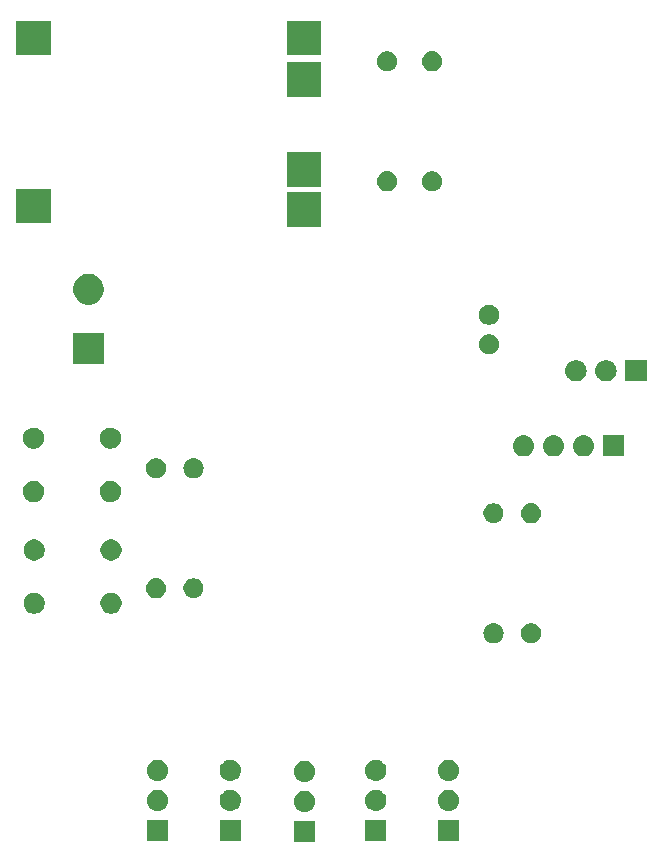
<source format=gbr>
G04 #@! TF.GenerationSoftware,KiCad,Pcbnew,5.0.2-bee76a0~70~ubuntu16.04.1*
G04 #@! TF.CreationDate,2019-08-20T20:13:55+02:00*
G04 #@! TF.ProjectId,connected_garden_pcb,636f6e6e-6563-4746-9564-5f6761726465,rev?*
G04 #@! TF.SameCoordinates,Original*
G04 #@! TF.FileFunction,Soldermask,Bot*
G04 #@! TF.FilePolarity,Negative*
%FSLAX46Y46*%
G04 Gerber Fmt 4.6, Leading zero omitted, Abs format (unit mm)*
G04 Created by KiCad (PCBNEW 5.0.2-bee76a0~70~ubuntu16.04.1) date mar. 20 août 2019 20:13:55 CEST*
%MOMM*%
%LPD*%
G01*
G04 APERTURE LIST*
%ADD10C,0.100000*%
G04 APERTURE END LIST*
D10*
G36*
X39509000Y-83705000D02*
X37707000Y-83705000D01*
X37707000Y-81903000D01*
X39509000Y-81903000D01*
X39509000Y-83705000D01*
X39509000Y-83705000D01*
G37*
G36*
X51701000Y-83631712D02*
X49899000Y-83631712D01*
X49899000Y-81829712D01*
X51701000Y-81829712D01*
X51701000Y-83631712D01*
X51701000Y-83631712D01*
G37*
G36*
X27068958Y-83631712D02*
X25266958Y-83631712D01*
X25266958Y-81829712D01*
X27068958Y-81829712D01*
X27068958Y-83631712D01*
X27068958Y-83631712D01*
G37*
G36*
X45542988Y-83631712D02*
X43740988Y-83631712D01*
X43740988Y-81829712D01*
X45542988Y-81829712D01*
X45542988Y-83631712D01*
X45542988Y-83631712D01*
G37*
G36*
X33226968Y-83631712D02*
X31424968Y-83631712D01*
X31424968Y-81829712D01*
X33226968Y-81829712D01*
X33226968Y-83631712D01*
X33226968Y-83631712D01*
G37*
G36*
X38718442Y-79369518D02*
X38784627Y-79376037D01*
X38897853Y-79410384D01*
X38954467Y-79427557D01*
X39093087Y-79501652D01*
X39110991Y-79511222D01*
X39146729Y-79540552D01*
X39248186Y-79623814D01*
X39331448Y-79725271D01*
X39360778Y-79761009D01*
X39360779Y-79761011D01*
X39444443Y-79917533D01*
X39444443Y-79917534D01*
X39495963Y-80087373D01*
X39513359Y-80264000D01*
X39495963Y-80440627D01*
X39466675Y-80537178D01*
X39444443Y-80610467D01*
X39399953Y-80693701D01*
X39360778Y-80766991D01*
X39331448Y-80802729D01*
X39248186Y-80904186D01*
X39146729Y-80987448D01*
X39110991Y-81016778D01*
X39110989Y-81016779D01*
X38954467Y-81100443D01*
X38897853Y-81117616D01*
X38784627Y-81151963D01*
X38718443Y-81158481D01*
X38652260Y-81165000D01*
X38563740Y-81165000D01*
X38497557Y-81158481D01*
X38431373Y-81151963D01*
X38318147Y-81117616D01*
X38261533Y-81100443D01*
X38105011Y-81016779D01*
X38105009Y-81016778D01*
X38069271Y-80987448D01*
X37967814Y-80904186D01*
X37884552Y-80802729D01*
X37855222Y-80766991D01*
X37816047Y-80693701D01*
X37771557Y-80610467D01*
X37749325Y-80537178D01*
X37720037Y-80440627D01*
X37702641Y-80264000D01*
X37720037Y-80087373D01*
X37771557Y-79917534D01*
X37771557Y-79917533D01*
X37855221Y-79761011D01*
X37855222Y-79761009D01*
X37884552Y-79725271D01*
X37967814Y-79623814D01*
X38069271Y-79540552D01*
X38105009Y-79511222D01*
X38122913Y-79501652D01*
X38261533Y-79427557D01*
X38318147Y-79410384D01*
X38431373Y-79376037D01*
X38497558Y-79369518D01*
X38563740Y-79363000D01*
X38652260Y-79363000D01*
X38718442Y-79369518D01*
X38718442Y-79369518D01*
G37*
G36*
X32436411Y-79296231D02*
X32502595Y-79302749D01*
X32615821Y-79337096D01*
X32672435Y-79354269D01*
X32713159Y-79376037D01*
X32828959Y-79437934D01*
X32864697Y-79467264D01*
X32966154Y-79550526D01*
X33049416Y-79651983D01*
X33078746Y-79687721D01*
X33078747Y-79687723D01*
X33162411Y-79844245D01*
X33162411Y-79844246D01*
X33213931Y-80014085D01*
X33231327Y-80190712D01*
X33213931Y-80367339D01*
X33191700Y-80440625D01*
X33162411Y-80537179D01*
X33123237Y-80610467D01*
X33078746Y-80693703D01*
X33049416Y-80729441D01*
X32966154Y-80830898D01*
X32876852Y-80904185D01*
X32828959Y-80943490D01*
X32828957Y-80943491D01*
X32672435Y-81027155D01*
X32615821Y-81044328D01*
X32502595Y-81078675D01*
X32436410Y-81085194D01*
X32370228Y-81091712D01*
X32281708Y-81091712D01*
X32215526Y-81085194D01*
X32149341Y-81078675D01*
X32036115Y-81044328D01*
X31979501Y-81027155D01*
X31822979Y-80943491D01*
X31822977Y-80943490D01*
X31775084Y-80904185D01*
X31685782Y-80830898D01*
X31602520Y-80729441D01*
X31573190Y-80693703D01*
X31528699Y-80610467D01*
X31489525Y-80537179D01*
X31460236Y-80440625D01*
X31438005Y-80367339D01*
X31420609Y-80190712D01*
X31438005Y-80014085D01*
X31489525Y-79844246D01*
X31489525Y-79844245D01*
X31573189Y-79687723D01*
X31573190Y-79687721D01*
X31602520Y-79651983D01*
X31685782Y-79550526D01*
X31787239Y-79467264D01*
X31822977Y-79437934D01*
X31938777Y-79376037D01*
X31979501Y-79354269D01*
X32036115Y-79337096D01*
X32149341Y-79302749D01*
X32215525Y-79296231D01*
X32281708Y-79289712D01*
X32370228Y-79289712D01*
X32436411Y-79296231D01*
X32436411Y-79296231D01*
G37*
G36*
X26278401Y-79296231D02*
X26344585Y-79302749D01*
X26457811Y-79337096D01*
X26514425Y-79354269D01*
X26555149Y-79376037D01*
X26670949Y-79437934D01*
X26706687Y-79467264D01*
X26808144Y-79550526D01*
X26891406Y-79651983D01*
X26920736Y-79687721D01*
X26920737Y-79687723D01*
X27004401Y-79844245D01*
X27004401Y-79844246D01*
X27055921Y-80014085D01*
X27073317Y-80190712D01*
X27055921Y-80367339D01*
X27033690Y-80440625D01*
X27004401Y-80537179D01*
X26965227Y-80610467D01*
X26920736Y-80693703D01*
X26891406Y-80729441D01*
X26808144Y-80830898D01*
X26718842Y-80904185D01*
X26670949Y-80943490D01*
X26670947Y-80943491D01*
X26514425Y-81027155D01*
X26457811Y-81044328D01*
X26344585Y-81078675D01*
X26278400Y-81085194D01*
X26212218Y-81091712D01*
X26123698Y-81091712D01*
X26057516Y-81085194D01*
X25991331Y-81078675D01*
X25878105Y-81044328D01*
X25821491Y-81027155D01*
X25664969Y-80943491D01*
X25664967Y-80943490D01*
X25617074Y-80904185D01*
X25527772Y-80830898D01*
X25444510Y-80729441D01*
X25415180Y-80693703D01*
X25370689Y-80610467D01*
X25331515Y-80537179D01*
X25302226Y-80440625D01*
X25279995Y-80367339D01*
X25262599Y-80190712D01*
X25279995Y-80014085D01*
X25331515Y-79844246D01*
X25331515Y-79844245D01*
X25415179Y-79687723D01*
X25415180Y-79687721D01*
X25444510Y-79651983D01*
X25527772Y-79550526D01*
X25629229Y-79467264D01*
X25664967Y-79437934D01*
X25780767Y-79376037D01*
X25821491Y-79354269D01*
X25878105Y-79337096D01*
X25991331Y-79302749D01*
X26057515Y-79296231D01*
X26123698Y-79289712D01*
X26212218Y-79289712D01*
X26278401Y-79296231D01*
X26278401Y-79296231D01*
G37*
G36*
X44752431Y-79296231D02*
X44818615Y-79302749D01*
X44931841Y-79337096D01*
X44988455Y-79354269D01*
X45029179Y-79376037D01*
X45144979Y-79437934D01*
X45180717Y-79467264D01*
X45282174Y-79550526D01*
X45365436Y-79651983D01*
X45394766Y-79687721D01*
X45394767Y-79687723D01*
X45478431Y-79844245D01*
X45478431Y-79844246D01*
X45529951Y-80014085D01*
X45547347Y-80190712D01*
X45529951Y-80367339D01*
X45507720Y-80440625D01*
X45478431Y-80537179D01*
X45439257Y-80610467D01*
X45394766Y-80693703D01*
X45365436Y-80729441D01*
X45282174Y-80830898D01*
X45192872Y-80904185D01*
X45144979Y-80943490D01*
X45144977Y-80943491D01*
X44988455Y-81027155D01*
X44931841Y-81044328D01*
X44818615Y-81078675D01*
X44752430Y-81085194D01*
X44686248Y-81091712D01*
X44597728Y-81091712D01*
X44531546Y-81085194D01*
X44465361Y-81078675D01*
X44352135Y-81044328D01*
X44295521Y-81027155D01*
X44138999Y-80943491D01*
X44138997Y-80943490D01*
X44091104Y-80904185D01*
X44001802Y-80830898D01*
X43918540Y-80729441D01*
X43889210Y-80693703D01*
X43844719Y-80610467D01*
X43805545Y-80537179D01*
X43776256Y-80440625D01*
X43754025Y-80367339D01*
X43736629Y-80190712D01*
X43754025Y-80014085D01*
X43805545Y-79844246D01*
X43805545Y-79844245D01*
X43889209Y-79687723D01*
X43889210Y-79687721D01*
X43918540Y-79651983D01*
X44001802Y-79550526D01*
X44103259Y-79467264D01*
X44138997Y-79437934D01*
X44254797Y-79376037D01*
X44295521Y-79354269D01*
X44352135Y-79337096D01*
X44465361Y-79302749D01*
X44531545Y-79296231D01*
X44597728Y-79289712D01*
X44686248Y-79289712D01*
X44752431Y-79296231D01*
X44752431Y-79296231D01*
G37*
G36*
X50910443Y-79296231D02*
X50976627Y-79302749D01*
X51089853Y-79337096D01*
X51146467Y-79354269D01*
X51187191Y-79376037D01*
X51302991Y-79437934D01*
X51338729Y-79467264D01*
X51440186Y-79550526D01*
X51523448Y-79651983D01*
X51552778Y-79687721D01*
X51552779Y-79687723D01*
X51636443Y-79844245D01*
X51636443Y-79844246D01*
X51687963Y-80014085D01*
X51705359Y-80190712D01*
X51687963Y-80367339D01*
X51665732Y-80440625D01*
X51636443Y-80537179D01*
X51597269Y-80610467D01*
X51552778Y-80693703D01*
X51523448Y-80729441D01*
X51440186Y-80830898D01*
X51350884Y-80904185D01*
X51302991Y-80943490D01*
X51302989Y-80943491D01*
X51146467Y-81027155D01*
X51089853Y-81044328D01*
X50976627Y-81078675D01*
X50910442Y-81085194D01*
X50844260Y-81091712D01*
X50755740Y-81091712D01*
X50689558Y-81085194D01*
X50623373Y-81078675D01*
X50510147Y-81044328D01*
X50453533Y-81027155D01*
X50297011Y-80943491D01*
X50297009Y-80943490D01*
X50249116Y-80904185D01*
X50159814Y-80830898D01*
X50076552Y-80729441D01*
X50047222Y-80693703D01*
X50002731Y-80610467D01*
X49963557Y-80537179D01*
X49934268Y-80440625D01*
X49912037Y-80367339D01*
X49894641Y-80190712D01*
X49912037Y-80014085D01*
X49963557Y-79844246D01*
X49963557Y-79844245D01*
X50047221Y-79687723D01*
X50047222Y-79687721D01*
X50076552Y-79651983D01*
X50159814Y-79550526D01*
X50261271Y-79467264D01*
X50297009Y-79437934D01*
X50412809Y-79376037D01*
X50453533Y-79354269D01*
X50510147Y-79337096D01*
X50623373Y-79302749D01*
X50689557Y-79296231D01*
X50755740Y-79289712D01*
X50844260Y-79289712D01*
X50910443Y-79296231D01*
X50910443Y-79296231D01*
G37*
G36*
X38718443Y-76829519D02*
X38784627Y-76836037D01*
X38897853Y-76870384D01*
X38954467Y-76887557D01*
X39093087Y-76961652D01*
X39110991Y-76971222D01*
X39146729Y-77000552D01*
X39248186Y-77083814D01*
X39331448Y-77185271D01*
X39360778Y-77221009D01*
X39360779Y-77221011D01*
X39444443Y-77377533D01*
X39444443Y-77377534D01*
X39495963Y-77547373D01*
X39513359Y-77724000D01*
X39495963Y-77900627D01*
X39466675Y-77997178D01*
X39444443Y-78070467D01*
X39399953Y-78153701D01*
X39360778Y-78226991D01*
X39331448Y-78262729D01*
X39248186Y-78364186D01*
X39146729Y-78447448D01*
X39110991Y-78476778D01*
X39110989Y-78476779D01*
X38954467Y-78560443D01*
X38897853Y-78577616D01*
X38784627Y-78611963D01*
X38718442Y-78618482D01*
X38652260Y-78625000D01*
X38563740Y-78625000D01*
X38497558Y-78618482D01*
X38431373Y-78611963D01*
X38318147Y-78577616D01*
X38261533Y-78560443D01*
X38105011Y-78476779D01*
X38105009Y-78476778D01*
X38069271Y-78447448D01*
X37967814Y-78364186D01*
X37884552Y-78262729D01*
X37855222Y-78226991D01*
X37816047Y-78153701D01*
X37771557Y-78070467D01*
X37749325Y-77997178D01*
X37720037Y-77900627D01*
X37702641Y-77724000D01*
X37720037Y-77547373D01*
X37771557Y-77377534D01*
X37771557Y-77377533D01*
X37855221Y-77221011D01*
X37855222Y-77221009D01*
X37884552Y-77185271D01*
X37967814Y-77083814D01*
X38069271Y-77000552D01*
X38105009Y-76971222D01*
X38122913Y-76961652D01*
X38261533Y-76887557D01*
X38318147Y-76870384D01*
X38431373Y-76836037D01*
X38497557Y-76829519D01*
X38563740Y-76823000D01*
X38652260Y-76823000D01*
X38718443Y-76829519D01*
X38718443Y-76829519D01*
G37*
G36*
X32436410Y-76756230D02*
X32502595Y-76762749D01*
X32615821Y-76797096D01*
X32672435Y-76814269D01*
X32713159Y-76836037D01*
X32828959Y-76897934D01*
X32864697Y-76927264D01*
X32966154Y-77010526D01*
X33049416Y-77111983D01*
X33078746Y-77147721D01*
X33078747Y-77147723D01*
X33162411Y-77304245D01*
X33162411Y-77304246D01*
X33213931Y-77474085D01*
X33231327Y-77650712D01*
X33213931Y-77827339D01*
X33191700Y-77900625D01*
X33162411Y-77997179D01*
X33123237Y-78070467D01*
X33078746Y-78153703D01*
X33049416Y-78189441D01*
X32966154Y-78290898D01*
X32876852Y-78364185D01*
X32828959Y-78403490D01*
X32828957Y-78403491D01*
X32672435Y-78487155D01*
X32615821Y-78504328D01*
X32502595Y-78538675D01*
X32436410Y-78545194D01*
X32370228Y-78551712D01*
X32281708Y-78551712D01*
X32215526Y-78545194D01*
X32149341Y-78538675D01*
X32036115Y-78504328D01*
X31979501Y-78487155D01*
X31822979Y-78403491D01*
X31822977Y-78403490D01*
X31775084Y-78364185D01*
X31685782Y-78290898D01*
X31602520Y-78189441D01*
X31573190Y-78153703D01*
X31528699Y-78070467D01*
X31489525Y-77997179D01*
X31460236Y-77900625D01*
X31438005Y-77827339D01*
X31420609Y-77650712D01*
X31438005Y-77474085D01*
X31489525Y-77304246D01*
X31489525Y-77304245D01*
X31573189Y-77147723D01*
X31573190Y-77147721D01*
X31602520Y-77111983D01*
X31685782Y-77010526D01*
X31787239Y-76927264D01*
X31822977Y-76897934D01*
X31938777Y-76836037D01*
X31979501Y-76814269D01*
X32036115Y-76797096D01*
X32149341Y-76762749D01*
X32215526Y-76756230D01*
X32281708Y-76749712D01*
X32370228Y-76749712D01*
X32436410Y-76756230D01*
X32436410Y-76756230D01*
G37*
G36*
X50910442Y-76756230D02*
X50976627Y-76762749D01*
X51089853Y-76797096D01*
X51146467Y-76814269D01*
X51187191Y-76836037D01*
X51302991Y-76897934D01*
X51338729Y-76927264D01*
X51440186Y-77010526D01*
X51523448Y-77111983D01*
X51552778Y-77147721D01*
X51552779Y-77147723D01*
X51636443Y-77304245D01*
X51636443Y-77304246D01*
X51687963Y-77474085D01*
X51705359Y-77650712D01*
X51687963Y-77827339D01*
X51665732Y-77900625D01*
X51636443Y-77997179D01*
X51597269Y-78070467D01*
X51552778Y-78153703D01*
X51523448Y-78189441D01*
X51440186Y-78290898D01*
X51350884Y-78364185D01*
X51302991Y-78403490D01*
X51302989Y-78403491D01*
X51146467Y-78487155D01*
X51089853Y-78504328D01*
X50976627Y-78538675D01*
X50910442Y-78545194D01*
X50844260Y-78551712D01*
X50755740Y-78551712D01*
X50689558Y-78545194D01*
X50623373Y-78538675D01*
X50510147Y-78504328D01*
X50453533Y-78487155D01*
X50297011Y-78403491D01*
X50297009Y-78403490D01*
X50249116Y-78364185D01*
X50159814Y-78290898D01*
X50076552Y-78189441D01*
X50047222Y-78153703D01*
X50002731Y-78070467D01*
X49963557Y-77997179D01*
X49934268Y-77900625D01*
X49912037Y-77827339D01*
X49894641Y-77650712D01*
X49912037Y-77474085D01*
X49963557Y-77304246D01*
X49963557Y-77304245D01*
X50047221Y-77147723D01*
X50047222Y-77147721D01*
X50076552Y-77111983D01*
X50159814Y-77010526D01*
X50261271Y-76927264D01*
X50297009Y-76897934D01*
X50412809Y-76836037D01*
X50453533Y-76814269D01*
X50510147Y-76797096D01*
X50623373Y-76762749D01*
X50689558Y-76756230D01*
X50755740Y-76749712D01*
X50844260Y-76749712D01*
X50910442Y-76756230D01*
X50910442Y-76756230D01*
G37*
G36*
X44752430Y-76756230D02*
X44818615Y-76762749D01*
X44931841Y-76797096D01*
X44988455Y-76814269D01*
X45029179Y-76836037D01*
X45144979Y-76897934D01*
X45180717Y-76927264D01*
X45282174Y-77010526D01*
X45365436Y-77111983D01*
X45394766Y-77147721D01*
X45394767Y-77147723D01*
X45478431Y-77304245D01*
X45478431Y-77304246D01*
X45529951Y-77474085D01*
X45547347Y-77650712D01*
X45529951Y-77827339D01*
X45507720Y-77900625D01*
X45478431Y-77997179D01*
X45439257Y-78070467D01*
X45394766Y-78153703D01*
X45365436Y-78189441D01*
X45282174Y-78290898D01*
X45192872Y-78364185D01*
X45144979Y-78403490D01*
X45144977Y-78403491D01*
X44988455Y-78487155D01*
X44931841Y-78504328D01*
X44818615Y-78538675D01*
X44752430Y-78545194D01*
X44686248Y-78551712D01*
X44597728Y-78551712D01*
X44531546Y-78545194D01*
X44465361Y-78538675D01*
X44352135Y-78504328D01*
X44295521Y-78487155D01*
X44138999Y-78403491D01*
X44138997Y-78403490D01*
X44091104Y-78364185D01*
X44001802Y-78290898D01*
X43918540Y-78189441D01*
X43889210Y-78153703D01*
X43844719Y-78070467D01*
X43805545Y-77997179D01*
X43776256Y-77900625D01*
X43754025Y-77827339D01*
X43736629Y-77650712D01*
X43754025Y-77474085D01*
X43805545Y-77304246D01*
X43805545Y-77304245D01*
X43889209Y-77147723D01*
X43889210Y-77147721D01*
X43918540Y-77111983D01*
X44001802Y-77010526D01*
X44103259Y-76927264D01*
X44138997Y-76897934D01*
X44254797Y-76836037D01*
X44295521Y-76814269D01*
X44352135Y-76797096D01*
X44465361Y-76762749D01*
X44531546Y-76756230D01*
X44597728Y-76749712D01*
X44686248Y-76749712D01*
X44752430Y-76756230D01*
X44752430Y-76756230D01*
G37*
G36*
X26278400Y-76756230D02*
X26344585Y-76762749D01*
X26457811Y-76797096D01*
X26514425Y-76814269D01*
X26555149Y-76836037D01*
X26670949Y-76897934D01*
X26706687Y-76927264D01*
X26808144Y-77010526D01*
X26891406Y-77111983D01*
X26920736Y-77147721D01*
X26920737Y-77147723D01*
X27004401Y-77304245D01*
X27004401Y-77304246D01*
X27055921Y-77474085D01*
X27073317Y-77650712D01*
X27055921Y-77827339D01*
X27033690Y-77900625D01*
X27004401Y-77997179D01*
X26965227Y-78070467D01*
X26920736Y-78153703D01*
X26891406Y-78189441D01*
X26808144Y-78290898D01*
X26718842Y-78364185D01*
X26670949Y-78403490D01*
X26670947Y-78403491D01*
X26514425Y-78487155D01*
X26457811Y-78504328D01*
X26344585Y-78538675D01*
X26278400Y-78545194D01*
X26212218Y-78551712D01*
X26123698Y-78551712D01*
X26057516Y-78545194D01*
X25991331Y-78538675D01*
X25878105Y-78504328D01*
X25821491Y-78487155D01*
X25664969Y-78403491D01*
X25664967Y-78403490D01*
X25617074Y-78364185D01*
X25527772Y-78290898D01*
X25444510Y-78189441D01*
X25415180Y-78153703D01*
X25370689Y-78070467D01*
X25331515Y-77997179D01*
X25302226Y-77900625D01*
X25279995Y-77827339D01*
X25262599Y-77650712D01*
X25279995Y-77474085D01*
X25331515Y-77304246D01*
X25331515Y-77304245D01*
X25415179Y-77147723D01*
X25415180Y-77147721D01*
X25444510Y-77111983D01*
X25527772Y-77010526D01*
X25629229Y-76927264D01*
X25664967Y-76897934D01*
X25780767Y-76836037D01*
X25821491Y-76814269D01*
X25878105Y-76797096D01*
X25991331Y-76762749D01*
X26057516Y-76756230D01*
X26123698Y-76749712D01*
X26212218Y-76749712D01*
X26278400Y-76756230D01*
X26278400Y-76756230D01*
G37*
G36*
X54776821Y-65201313D02*
X54776824Y-65201314D01*
X54776825Y-65201314D01*
X54937239Y-65249975D01*
X54937241Y-65249976D01*
X54937244Y-65249977D01*
X55085078Y-65328995D01*
X55214659Y-65435341D01*
X55321005Y-65564922D01*
X55400023Y-65712756D01*
X55400024Y-65712759D01*
X55400025Y-65712761D01*
X55448686Y-65873175D01*
X55448687Y-65873179D01*
X55465117Y-66040000D01*
X55448687Y-66206821D01*
X55448686Y-66206824D01*
X55448686Y-66206825D01*
X55423993Y-66288228D01*
X55400023Y-66367244D01*
X55321005Y-66515078D01*
X55214659Y-66644659D01*
X55085078Y-66751005D01*
X54937244Y-66830023D01*
X54937241Y-66830024D01*
X54937239Y-66830025D01*
X54776825Y-66878686D01*
X54776824Y-66878686D01*
X54776821Y-66878687D01*
X54651804Y-66891000D01*
X54568196Y-66891000D01*
X54443179Y-66878687D01*
X54443176Y-66878686D01*
X54443175Y-66878686D01*
X54282761Y-66830025D01*
X54282759Y-66830024D01*
X54282756Y-66830023D01*
X54134922Y-66751005D01*
X54005341Y-66644659D01*
X53898995Y-66515078D01*
X53819977Y-66367244D01*
X53796008Y-66288228D01*
X53771314Y-66206825D01*
X53771314Y-66206824D01*
X53771313Y-66206821D01*
X53754883Y-66040000D01*
X53771313Y-65873179D01*
X53771314Y-65873175D01*
X53819975Y-65712761D01*
X53819976Y-65712759D01*
X53819977Y-65712756D01*
X53898995Y-65564922D01*
X54005341Y-65435341D01*
X54134922Y-65328995D01*
X54282756Y-65249977D01*
X54282759Y-65249976D01*
X54282761Y-65249975D01*
X54443175Y-65201314D01*
X54443176Y-65201314D01*
X54443179Y-65201313D01*
X54568196Y-65189000D01*
X54651804Y-65189000D01*
X54776821Y-65201313D01*
X54776821Y-65201313D01*
G37*
G36*
X58033228Y-65221703D02*
X58188100Y-65285853D01*
X58327481Y-65378985D01*
X58446015Y-65497519D01*
X58539147Y-65636900D01*
X58603297Y-65791772D01*
X58636000Y-65956184D01*
X58636000Y-66123816D01*
X58603297Y-66288228D01*
X58539147Y-66443100D01*
X58446015Y-66582481D01*
X58327481Y-66701015D01*
X58188100Y-66794147D01*
X58033228Y-66858297D01*
X57868816Y-66891000D01*
X57701184Y-66891000D01*
X57536772Y-66858297D01*
X57381900Y-66794147D01*
X57242519Y-66701015D01*
X57123985Y-66582481D01*
X57030853Y-66443100D01*
X56966703Y-66288228D01*
X56934000Y-66123816D01*
X56934000Y-65956184D01*
X56966703Y-65791772D01*
X57030853Y-65636900D01*
X57123985Y-65497519D01*
X57242519Y-65378985D01*
X57381900Y-65285853D01*
X57536772Y-65221703D01*
X57701184Y-65189000D01*
X57868816Y-65189000D01*
X58033228Y-65221703D01*
X58033228Y-65221703D01*
G37*
G36*
X22487812Y-62633624D02*
X22651784Y-62701544D01*
X22799354Y-62800147D01*
X22924853Y-62925646D01*
X23023456Y-63073216D01*
X23091376Y-63237188D01*
X23126000Y-63411259D01*
X23126000Y-63588741D01*
X23091376Y-63762812D01*
X23023456Y-63926784D01*
X22924853Y-64074354D01*
X22799354Y-64199853D01*
X22651784Y-64298456D01*
X22487812Y-64366376D01*
X22313741Y-64401000D01*
X22136259Y-64401000D01*
X21962188Y-64366376D01*
X21798216Y-64298456D01*
X21650646Y-64199853D01*
X21525147Y-64074354D01*
X21426544Y-63926784D01*
X21358624Y-63762812D01*
X21324000Y-63588741D01*
X21324000Y-63411259D01*
X21358624Y-63237188D01*
X21426544Y-63073216D01*
X21525147Y-62925646D01*
X21650646Y-62800147D01*
X21798216Y-62701544D01*
X21962188Y-62633624D01*
X22136259Y-62599000D01*
X22313741Y-62599000D01*
X22487812Y-62633624D01*
X22487812Y-62633624D01*
G37*
G36*
X15987812Y-62633624D02*
X16151784Y-62701544D01*
X16299354Y-62800147D01*
X16424853Y-62925646D01*
X16523456Y-63073216D01*
X16591376Y-63237188D01*
X16626000Y-63411259D01*
X16626000Y-63588741D01*
X16591376Y-63762812D01*
X16523456Y-63926784D01*
X16424853Y-64074354D01*
X16299354Y-64199853D01*
X16151784Y-64298456D01*
X15987812Y-64366376D01*
X15813741Y-64401000D01*
X15636259Y-64401000D01*
X15462188Y-64366376D01*
X15298216Y-64298456D01*
X15150646Y-64199853D01*
X15025147Y-64074354D01*
X14926544Y-63926784D01*
X14858624Y-63762812D01*
X14824000Y-63588741D01*
X14824000Y-63411259D01*
X14858624Y-63237188D01*
X14926544Y-63073216D01*
X15025147Y-62925646D01*
X15150646Y-62800147D01*
X15298216Y-62701544D01*
X15462188Y-62633624D01*
X15636259Y-62599000D01*
X15813741Y-62599000D01*
X15987812Y-62633624D01*
X15987812Y-62633624D01*
G37*
G36*
X26201821Y-61391313D02*
X26201824Y-61391314D01*
X26201825Y-61391314D01*
X26362239Y-61439975D01*
X26362241Y-61439976D01*
X26362244Y-61439977D01*
X26510078Y-61518995D01*
X26639659Y-61625341D01*
X26746005Y-61754922D01*
X26825023Y-61902756D01*
X26825024Y-61902759D01*
X26825025Y-61902761D01*
X26873686Y-62063175D01*
X26873687Y-62063179D01*
X26890117Y-62230000D01*
X26873687Y-62396821D01*
X26873686Y-62396824D01*
X26873686Y-62396825D01*
X26848993Y-62478228D01*
X26825023Y-62557244D01*
X26746005Y-62705078D01*
X26639659Y-62834659D01*
X26510078Y-62941005D01*
X26362244Y-63020023D01*
X26362241Y-63020024D01*
X26362239Y-63020025D01*
X26201825Y-63068686D01*
X26201824Y-63068686D01*
X26201821Y-63068687D01*
X26076804Y-63081000D01*
X25993196Y-63081000D01*
X25868179Y-63068687D01*
X25868176Y-63068686D01*
X25868175Y-63068686D01*
X25707761Y-63020025D01*
X25707759Y-63020024D01*
X25707756Y-63020023D01*
X25559922Y-62941005D01*
X25430341Y-62834659D01*
X25323995Y-62705078D01*
X25244977Y-62557244D01*
X25221008Y-62478228D01*
X25196314Y-62396825D01*
X25196314Y-62396824D01*
X25196313Y-62396821D01*
X25179883Y-62230000D01*
X25196313Y-62063179D01*
X25196314Y-62063175D01*
X25244975Y-61902761D01*
X25244976Y-61902759D01*
X25244977Y-61902756D01*
X25323995Y-61754922D01*
X25430341Y-61625341D01*
X25559922Y-61518995D01*
X25707756Y-61439977D01*
X25707759Y-61439976D01*
X25707761Y-61439975D01*
X25868175Y-61391314D01*
X25868176Y-61391314D01*
X25868179Y-61391313D01*
X25993196Y-61379000D01*
X26076804Y-61379000D01*
X26201821Y-61391313D01*
X26201821Y-61391313D01*
G37*
G36*
X29458228Y-61411703D02*
X29613100Y-61475853D01*
X29752481Y-61568985D01*
X29871015Y-61687519D01*
X29964147Y-61826900D01*
X30028297Y-61981772D01*
X30061000Y-62146184D01*
X30061000Y-62313816D01*
X30028297Y-62478228D01*
X29964147Y-62633100D01*
X29871015Y-62772481D01*
X29752481Y-62891015D01*
X29613100Y-62984147D01*
X29458228Y-63048297D01*
X29293816Y-63081000D01*
X29126184Y-63081000D01*
X28961772Y-63048297D01*
X28806900Y-62984147D01*
X28667519Y-62891015D01*
X28548985Y-62772481D01*
X28455853Y-62633100D01*
X28391703Y-62478228D01*
X28359000Y-62313816D01*
X28359000Y-62146184D01*
X28391703Y-61981772D01*
X28455853Y-61826900D01*
X28548985Y-61687519D01*
X28667519Y-61568985D01*
X28806900Y-61475853D01*
X28961772Y-61411703D01*
X29126184Y-61379000D01*
X29293816Y-61379000D01*
X29458228Y-61411703D01*
X29458228Y-61411703D01*
G37*
G36*
X22487812Y-58133624D02*
X22651784Y-58201544D01*
X22799354Y-58300147D01*
X22924853Y-58425646D01*
X23023456Y-58573216D01*
X23091376Y-58737188D01*
X23126000Y-58911259D01*
X23126000Y-59088741D01*
X23091376Y-59262812D01*
X23023456Y-59426784D01*
X22924853Y-59574354D01*
X22799354Y-59699853D01*
X22651784Y-59798456D01*
X22487812Y-59866376D01*
X22313741Y-59901000D01*
X22136259Y-59901000D01*
X21962188Y-59866376D01*
X21798216Y-59798456D01*
X21650646Y-59699853D01*
X21525147Y-59574354D01*
X21426544Y-59426784D01*
X21358624Y-59262812D01*
X21324000Y-59088741D01*
X21324000Y-58911259D01*
X21358624Y-58737188D01*
X21426544Y-58573216D01*
X21525147Y-58425646D01*
X21650646Y-58300147D01*
X21798216Y-58201544D01*
X21962188Y-58133624D01*
X22136259Y-58099000D01*
X22313741Y-58099000D01*
X22487812Y-58133624D01*
X22487812Y-58133624D01*
G37*
G36*
X15987812Y-58133624D02*
X16151784Y-58201544D01*
X16299354Y-58300147D01*
X16424853Y-58425646D01*
X16523456Y-58573216D01*
X16591376Y-58737188D01*
X16626000Y-58911259D01*
X16626000Y-59088741D01*
X16591376Y-59262812D01*
X16523456Y-59426784D01*
X16424853Y-59574354D01*
X16299354Y-59699853D01*
X16151784Y-59798456D01*
X15987812Y-59866376D01*
X15813741Y-59901000D01*
X15636259Y-59901000D01*
X15462188Y-59866376D01*
X15298216Y-59798456D01*
X15150646Y-59699853D01*
X15025147Y-59574354D01*
X14926544Y-59426784D01*
X14858624Y-59262812D01*
X14824000Y-59088741D01*
X14824000Y-58911259D01*
X14858624Y-58737188D01*
X14926544Y-58573216D01*
X15025147Y-58425646D01*
X15150646Y-58300147D01*
X15298216Y-58201544D01*
X15462188Y-58133624D01*
X15636259Y-58099000D01*
X15813741Y-58099000D01*
X15987812Y-58133624D01*
X15987812Y-58133624D01*
G37*
G36*
X57951821Y-55041313D02*
X57951824Y-55041314D01*
X57951825Y-55041314D01*
X58112239Y-55089975D01*
X58112241Y-55089976D01*
X58112244Y-55089977D01*
X58260078Y-55168995D01*
X58389659Y-55275341D01*
X58496005Y-55404922D01*
X58575023Y-55552756D01*
X58575024Y-55552759D01*
X58575025Y-55552761D01*
X58623686Y-55713175D01*
X58623687Y-55713179D01*
X58640117Y-55880000D01*
X58623687Y-56046821D01*
X58623686Y-56046824D01*
X58623686Y-56046825D01*
X58598993Y-56128228D01*
X58575023Y-56207244D01*
X58496005Y-56355078D01*
X58389659Y-56484659D01*
X58260078Y-56591005D01*
X58112244Y-56670023D01*
X58112241Y-56670024D01*
X58112239Y-56670025D01*
X57951825Y-56718686D01*
X57951824Y-56718686D01*
X57951821Y-56718687D01*
X57826804Y-56731000D01*
X57743196Y-56731000D01*
X57618179Y-56718687D01*
X57618176Y-56718686D01*
X57618175Y-56718686D01*
X57457761Y-56670025D01*
X57457759Y-56670024D01*
X57457756Y-56670023D01*
X57309922Y-56591005D01*
X57180341Y-56484659D01*
X57073995Y-56355078D01*
X56994977Y-56207244D01*
X56971008Y-56128228D01*
X56946314Y-56046825D01*
X56946314Y-56046824D01*
X56946313Y-56046821D01*
X56929883Y-55880000D01*
X56946313Y-55713179D01*
X56946314Y-55713175D01*
X56994975Y-55552761D01*
X56994976Y-55552759D01*
X56994977Y-55552756D01*
X57073995Y-55404922D01*
X57180341Y-55275341D01*
X57309922Y-55168995D01*
X57457756Y-55089977D01*
X57457759Y-55089976D01*
X57457761Y-55089975D01*
X57618175Y-55041314D01*
X57618176Y-55041314D01*
X57618179Y-55041313D01*
X57743196Y-55029000D01*
X57826804Y-55029000D01*
X57951821Y-55041313D01*
X57951821Y-55041313D01*
G37*
G36*
X54858228Y-55061703D02*
X55013100Y-55125853D01*
X55152481Y-55218985D01*
X55271015Y-55337519D01*
X55364147Y-55476900D01*
X55428297Y-55631772D01*
X55461000Y-55796184D01*
X55461000Y-55963816D01*
X55428297Y-56128228D01*
X55364147Y-56283100D01*
X55271015Y-56422481D01*
X55152481Y-56541015D01*
X55013100Y-56634147D01*
X54858228Y-56698297D01*
X54693816Y-56731000D01*
X54526184Y-56731000D01*
X54361772Y-56698297D01*
X54206900Y-56634147D01*
X54067519Y-56541015D01*
X53948985Y-56422481D01*
X53855853Y-56283100D01*
X53791703Y-56128228D01*
X53759000Y-55963816D01*
X53759000Y-55796184D01*
X53791703Y-55631772D01*
X53855853Y-55476900D01*
X53948985Y-55337519D01*
X54067519Y-55218985D01*
X54206900Y-55125853D01*
X54361772Y-55061703D01*
X54526184Y-55029000D01*
X54693816Y-55029000D01*
X54858228Y-55061703D01*
X54858228Y-55061703D01*
G37*
G36*
X15937812Y-53163624D02*
X16101784Y-53231544D01*
X16249354Y-53330147D01*
X16374853Y-53455646D01*
X16473456Y-53603216D01*
X16541376Y-53767188D01*
X16576000Y-53941259D01*
X16576000Y-54118741D01*
X16541376Y-54292812D01*
X16473456Y-54456784D01*
X16374853Y-54604354D01*
X16249354Y-54729853D01*
X16101784Y-54828456D01*
X15937812Y-54896376D01*
X15763741Y-54931000D01*
X15586259Y-54931000D01*
X15412188Y-54896376D01*
X15248216Y-54828456D01*
X15100646Y-54729853D01*
X14975147Y-54604354D01*
X14876544Y-54456784D01*
X14808624Y-54292812D01*
X14774000Y-54118741D01*
X14774000Y-53941259D01*
X14808624Y-53767188D01*
X14876544Y-53603216D01*
X14975147Y-53455646D01*
X15100646Y-53330147D01*
X15248216Y-53231544D01*
X15412188Y-53163624D01*
X15586259Y-53129000D01*
X15763741Y-53129000D01*
X15937812Y-53163624D01*
X15937812Y-53163624D01*
G37*
G36*
X22437812Y-53163624D02*
X22601784Y-53231544D01*
X22749354Y-53330147D01*
X22874853Y-53455646D01*
X22973456Y-53603216D01*
X23041376Y-53767188D01*
X23076000Y-53941259D01*
X23076000Y-54118741D01*
X23041376Y-54292812D01*
X22973456Y-54456784D01*
X22874853Y-54604354D01*
X22749354Y-54729853D01*
X22601784Y-54828456D01*
X22437812Y-54896376D01*
X22263741Y-54931000D01*
X22086259Y-54931000D01*
X21912188Y-54896376D01*
X21748216Y-54828456D01*
X21600646Y-54729853D01*
X21475147Y-54604354D01*
X21376544Y-54456784D01*
X21308624Y-54292812D01*
X21274000Y-54118741D01*
X21274000Y-53941259D01*
X21308624Y-53767188D01*
X21376544Y-53603216D01*
X21475147Y-53455646D01*
X21600646Y-53330147D01*
X21748216Y-53231544D01*
X21912188Y-53163624D01*
X22086259Y-53129000D01*
X22263741Y-53129000D01*
X22437812Y-53163624D01*
X22437812Y-53163624D01*
G37*
G36*
X29376821Y-51231313D02*
X29376824Y-51231314D01*
X29376825Y-51231314D01*
X29537239Y-51279975D01*
X29537241Y-51279976D01*
X29537244Y-51279977D01*
X29685078Y-51358995D01*
X29814659Y-51465341D01*
X29921005Y-51594922D01*
X30000023Y-51742756D01*
X30000024Y-51742759D01*
X30000025Y-51742761D01*
X30048686Y-51903175D01*
X30048687Y-51903179D01*
X30065117Y-52070000D01*
X30048687Y-52236821D01*
X30048686Y-52236824D01*
X30048686Y-52236825D01*
X30023993Y-52318228D01*
X30000023Y-52397244D01*
X29921005Y-52545078D01*
X29814659Y-52674659D01*
X29685078Y-52781005D01*
X29537244Y-52860023D01*
X29537241Y-52860024D01*
X29537239Y-52860025D01*
X29376825Y-52908686D01*
X29376824Y-52908686D01*
X29376821Y-52908687D01*
X29251804Y-52921000D01*
X29168196Y-52921000D01*
X29043179Y-52908687D01*
X29043176Y-52908686D01*
X29043175Y-52908686D01*
X28882761Y-52860025D01*
X28882759Y-52860024D01*
X28882756Y-52860023D01*
X28734922Y-52781005D01*
X28605341Y-52674659D01*
X28498995Y-52545078D01*
X28419977Y-52397244D01*
X28396008Y-52318228D01*
X28371314Y-52236825D01*
X28371314Y-52236824D01*
X28371313Y-52236821D01*
X28354883Y-52070000D01*
X28371313Y-51903179D01*
X28371314Y-51903175D01*
X28419975Y-51742761D01*
X28419976Y-51742759D01*
X28419977Y-51742756D01*
X28498995Y-51594922D01*
X28605341Y-51465341D01*
X28734922Y-51358995D01*
X28882756Y-51279977D01*
X28882759Y-51279976D01*
X28882761Y-51279975D01*
X29043175Y-51231314D01*
X29043176Y-51231314D01*
X29043179Y-51231313D01*
X29168196Y-51219000D01*
X29251804Y-51219000D01*
X29376821Y-51231313D01*
X29376821Y-51231313D01*
G37*
G36*
X26283228Y-51251703D02*
X26438100Y-51315853D01*
X26577481Y-51408985D01*
X26696015Y-51527519D01*
X26789147Y-51666900D01*
X26853297Y-51821772D01*
X26886000Y-51986184D01*
X26886000Y-52153816D01*
X26853297Y-52318228D01*
X26789147Y-52473100D01*
X26696015Y-52612481D01*
X26577481Y-52731015D01*
X26438100Y-52824147D01*
X26283228Y-52888297D01*
X26118816Y-52921000D01*
X25951184Y-52921000D01*
X25786772Y-52888297D01*
X25631900Y-52824147D01*
X25492519Y-52731015D01*
X25373985Y-52612481D01*
X25280853Y-52473100D01*
X25216703Y-52318228D01*
X25184000Y-52153816D01*
X25184000Y-51986184D01*
X25216703Y-51821772D01*
X25280853Y-51666900D01*
X25373985Y-51527519D01*
X25492519Y-51408985D01*
X25631900Y-51315853D01*
X25786772Y-51251703D01*
X25951184Y-51219000D01*
X26118816Y-51219000D01*
X26283228Y-51251703D01*
X26283228Y-51251703D01*
G37*
G36*
X65671000Y-51066000D02*
X63869000Y-51066000D01*
X63869000Y-49264000D01*
X65671000Y-49264000D01*
X65671000Y-51066000D01*
X65671000Y-51066000D01*
G37*
G36*
X62340443Y-49270519D02*
X62406627Y-49277037D01*
X62519853Y-49311384D01*
X62576467Y-49328557D01*
X62715087Y-49402652D01*
X62732991Y-49412222D01*
X62768372Y-49441259D01*
X62870186Y-49524814D01*
X62947269Y-49618741D01*
X62982778Y-49662009D01*
X62982779Y-49662011D01*
X63066443Y-49818533D01*
X63066443Y-49818534D01*
X63117963Y-49988373D01*
X63135359Y-50165000D01*
X63117963Y-50341627D01*
X63101355Y-50396375D01*
X63066443Y-50511467D01*
X62992348Y-50650087D01*
X62982778Y-50667991D01*
X62953448Y-50703729D01*
X62870186Y-50805186D01*
X62768729Y-50888448D01*
X62732991Y-50917778D01*
X62732989Y-50917779D01*
X62576467Y-51001443D01*
X62519853Y-51018616D01*
X62406627Y-51052963D01*
X62340443Y-51059481D01*
X62274260Y-51066000D01*
X62185740Y-51066000D01*
X62119557Y-51059481D01*
X62053373Y-51052963D01*
X61940147Y-51018616D01*
X61883533Y-51001443D01*
X61727011Y-50917779D01*
X61727009Y-50917778D01*
X61691271Y-50888448D01*
X61589814Y-50805186D01*
X61506552Y-50703729D01*
X61477222Y-50667991D01*
X61467652Y-50650087D01*
X61393557Y-50511467D01*
X61358645Y-50396375D01*
X61342037Y-50341627D01*
X61324641Y-50165000D01*
X61342037Y-49988373D01*
X61393557Y-49818534D01*
X61393557Y-49818533D01*
X61477221Y-49662011D01*
X61477222Y-49662009D01*
X61512731Y-49618741D01*
X61589814Y-49524814D01*
X61691628Y-49441259D01*
X61727009Y-49412222D01*
X61744913Y-49402652D01*
X61883533Y-49328557D01*
X61940147Y-49311384D01*
X62053373Y-49277037D01*
X62119558Y-49270518D01*
X62185740Y-49264000D01*
X62274260Y-49264000D01*
X62340443Y-49270519D01*
X62340443Y-49270519D01*
G37*
G36*
X59800443Y-49270519D02*
X59866627Y-49277037D01*
X59979853Y-49311384D01*
X60036467Y-49328557D01*
X60175087Y-49402652D01*
X60192991Y-49412222D01*
X60228372Y-49441259D01*
X60330186Y-49524814D01*
X60407269Y-49618741D01*
X60442778Y-49662009D01*
X60442779Y-49662011D01*
X60526443Y-49818533D01*
X60526443Y-49818534D01*
X60577963Y-49988373D01*
X60595359Y-50165000D01*
X60577963Y-50341627D01*
X60561355Y-50396375D01*
X60526443Y-50511467D01*
X60452348Y-50650087D01*
X60442778Y-50667991D01*
X60413448Y-50703729D01*
X60330186Y-50805186D01*
X60228729Y-50888448D01*
X60192991Y-50917778D01*
X60192989Y-50917779D01*
X60036467Y-51001443D01*
X59979853Y-51018616D01*
X59866627Y-51052963D01*
X59800443Y-51059481D01*
X59734260Y-51066000D01*
X59645740Y-51066000D01*
X59579557Y-51059481D01*
X59513373Y-51052963D01*
X59400147Y-51018616D01*
X59343533Y-51001443D01*
X59187011Y-50917779D01*
X59187009Y-50917778D01*
X59151271Y-50888448D01*
X59049814Y-50805186D01*
X58966552Y-50703729D01*
X58937222Y-50667991D01*
X58927652Y-50650087D01*
X58853557Y-50511467D01*
X58818645Y-50396375D01*
X58802037Y-50341627D01*
X58784641Y-50165000D01*
X58802037Y-49988373D01*
X58853557Y-49818534D01*
X58853557Y-49818533D01*
X58937221Y-49662011D01*
X58937222Y-49662009D01*
X58972731Y-49618741D01*
X59049814Y-49524814D01*
X59151628Y-49441259D01*
X59187009Y-49412222D01*
X59204913Y-49402652D01*
X59343533Y-49328557D01*
X59400147Y-49311384D01*
X59513373Y-49277037D01*
X59579558Y-49270518D01*
X59645740Y-49264000D01*
X59734260Y-49264000D01*
X59800443Y-49270519D01*
X59800443Y-49270519D01*
G37*
G36*
X57260443Y-49270519D02*
X57326627Y-49277037D01*
X57439853Y-49311384D01*
X57496467Y-49328557D01*
X57635087Y-49402652D01*
X57652991Y-49412222D01*
X57688372Y-49441259D01*
X57790186Y-49524814D01*
X57867269Y-49618741D01*
X57902778Y-49662009D01*
X57902779Y-49662011D01*
X57986443Y-49818533D01*
X57986443Y-49818534D01*
X58037963Y-49988373D01*
X58055359Y-50165000D01*
X58037963Y-50341627D01*
X58021355Y-50396375D01*
X57986443Y-50511467D01*
X57912348Y-50650087D01*
X57902778Y-50667991D01*
X57873448Y-50703729D01*
X57790186Y-50805186D01*
X57688729Y-50888448D01*
X57652991Y-50917778D01*
X57652989Y-50917779D01*
X57496467Y-51001443D01*
X57439853Y-51018616D01*
X57326627Y-51052963D01*
X57260443Y-51059481D01*
X57194260Y-51066000D01*
X57105740Y-51066000D01*
X57039557Y-51059481D01*
X56973373Y-51052963D01*
X56860147Y-51018616D01*
X56803533Y-51001443D01*
X56647011Y-50917779D01*
X56647009Y-50917778D01*
X56611271Y-50888448D01*
X56509814Y-50805186D01*
X56426552Y-50703729D01*
X56397222Y-50667991D01*
X56387652Y-50650087D01*
X56313557Y-50511467D01*
X56278645Y-50396375D01*
X56262037Y-50341627D01*
X56244641Y-50165000D01*
X56262037Y-49988373D01*
X56313557Y-49818534D01*
X56313557Y-49818533D01*
X56397221Y-49662011D01*
X56397222Y-49662009D01*
X56432731Y-49618741D01*
X56509814Y-49524814D01*
X56611628Y-49441259D01*
X56647009Y-49412222D01*
X56664913Y-49402652D01*
X56803533Y-49328557D01*
X56860147Y-49311384D01*
X56973373Y-49277037D01*
X57039558Y-49270518D01*
X57105740Y-49264000D01*
X57194260Y-49264000D01*
X57260443Y-49270519D01*
X57260443Y-49270519D01*
G37*
G36*
X22437812Y-48663624D02*
X22601784Y-48731544D01*
X22749354Y-48830147D01*
X22874853Y-48955646D01*
X22973456Y-49103216D01*
X23041376Y-49267188D01*
X23076000Y-49441259D01*
X23076000Y-49618741D01*
X23041376Y-49792812D01*
X22973456Y-49956784D01*
X22874853Y-50104354D01*
X22749354Y-50229853D01*
X22601784Y-50328456D01*
X22437812Y-50396376D01*
X22263741Y-50431000D01*
X22086259Y-50431000D01*
X21912188Y-50396376D01*
X21748216Y-50328456D01*
X21600646Y-50229853D01*
X21475147Y-50104354D01*
X21376544Y-49956784D01*
X21308624Y-49792812D01*
X21274000Y-49618741D01*
X21274000Y-49441259D01*
X21308624Y-49267188D01*
X21376544Y-49103216D01*
X21475147Y-48955646D01*
X21600646Y-48830147D01*
X21748216Y-48731544D01*
X21912188Y-48663624D01*
X22086259Y-48629000D01*
X22263741Y-48629000D01*
X22437812Y-48663624D01*
X22437812Y-48663624D01*
G37*
G36*
X15937812Y-48663624D02*
X16101784Y-48731544D01*
X16249354Y-48830147D01*
X16374853Y-48955646D01*
X16473456Y-49103216D01*
X16541376Y-49267188D01*
X16576000Y-49441259D01*
X16576000Y-49618741D01*
X16541376Y-49792812D01*
X16473456Y-49956784D01*
X16374853Y-50104354D01*
X16249354Y-50229853D01*
X16101784Y-50328456D01*
X15937812Y-50396376D01*
X15763741Y-50431000D01*
X15586259Y-50431000D01*
X15412188Y-50396376D01*
X15248216Y-50328456D01*
X15100646Y-50229853D01*
X14975147Y-50104354D01*
X14876544Y-49956784D01*
X14808624Y-49792812D01*
X14774000Y-49618741D01*
X14774000Y-49441259D01*
X14808624Y-49267188D01*
X14876544Y-49103216D01*
X14975147Y-48955646D01*
X15100646Y-48830147D01*
X15248216Y-48731544D01*
X15412188Y-48663624D01*
X15586259Y-48629000D01*
X15763741Y-48629000D01*
X15937812Y-48663624D01*
X15937812Y-48663624D01*
G37*
G36*
X61705443Y-42920519D02*
X61771627Y-42927037D01*
X61884853Y-42961384D01*
X61941467Y-42978557D01*
X62080087Y-43052652D01*
X62097991Y-43062222D01*
X62133729Y-43091552D01*
X62235186Y-43174814D01*
X62318448Y-43276271D01*
X62347778Y-43312009D01*
X62347779Y-43312011D01*
X62431443Y-43468533D01*
X62431443Y-43468534D01*
X62482963Y-43638373D01*
X62500359Y-43815000D01*
X62482963Y-43991627D01*
X62448616Y-44104853D01*
X62431443Y-44161467D01*
X62357348Y-44300087D01*
X62347778Y-44317991D01*
X62318448Y-44353729D01*
X62235186Y-44455186D01*
X62133729Y-44538448D01*
X62097991Y-44567778D01*
X62097989Y-44567779D01*
X61941467Y-44651443D01*
X61884853Y-44668616D01*
X61771627Y-44702963D01*
X61705443Y-44709481D01*
X61639260Y-44716000D01*
X61550740Y-44716000D01*
X61484557Y-44709481D01*
X61418373Y-44702963D01*
X61305147Y-44668616D01*
X61248533Y-44651443D01*
X61092011Y-44567779D01*
X61092009Y-44567778D01*
X61056271Y-44538448D01*
X60954814Y-44455186D01*
X60871552Y-44353729D01*
X60842222Y-44317991D01*
X60832652Y-44300087D01*
X60758557Y-44161467D01*
X60741384Y-44104853D01*
X60707037Y-43991627D01*
X60689641Y-43815000D01*
X60707037Y-43638373D01*
X60758557Y-43468534D01*
X60758557Y-43468533D01*
X60842221Y-43312011D01*
X60842222Y-43312009D01*
X60871552Y-43276271D01*
X60954814Y-43174814D01*
X61056271Y-43091552D01*
X61092009Y-43062222D01*
X61109913Y-43052652D01*
X61248533Y-42978557D01*
X61305147Y-42961384D01*
X61418373Y-42927037D01*
X61484557Y-42920519D01*
X61550740Y-42914000D01*
X61639260Y-42914000D01*
X61705443Y-42920519D01*
X61705443Y-42920519D01*
G37*
G36*
X64245443Y-42920519D02*
X64311627Y-42927037D01*
X64424853Y-42961384D01*
X64481467Y-42978557D01*
X64620087Y-43052652D01*
X64637991Y-43062222D01*
X64673729Y-43091552D01*
X64775186Y-43174814D01*
X64858448Y-43276271D01*
X64887778Y-43312009D01*
X64887779Y-43312011D01*
X64971443Y-43468533D01*
X64971443Y-43468534D01*
X65022963Y-43638373D01*
X65040359Y-43815000D01*
X65022963Y-43991627D01*
X64988616Y-44104853D01*
X64971443Y-44161467D01*
X64897348Y-44300087D01*
X64887778Y-44317991D01*
X64858448Y-44353729D01*
X64775186Y-44455186D01*
X64673729Y-44538448D01*
X64637991Y-44567778D01*
X64637989Y-44567779D01*
X64481467Y-44651443D01*
X64424853Y-44668616D01*
X64311627Y-44702963D01*
X64245443Y-44709481D01*
X64179260Y-44716000D01*
X64090740Y-44716000D01*
X64024557Y-44709481D01*
X63958373Y-44702963D01*
X63845147Y-44668616D01*
X63788533Y-44651443D01*
X63632011Y-44567779D01*
X63632009Y-44567778D01*
X63596271Y-44538448D01*
X63494814Y-44455186D01*
X63411552Y-44353729D01*
X63382222Y-44317991D01*
X63372652Y-44300087D01*
X63298557Y-44161467D01*
X63281384Y-44104853D01*
X63247037Y-43991627D01*
X63229641Y-43815000D01*
X63247037Y-43638373D01*
X63298557Y-43468534D01*
X63298557Y-43468533D01*
X63382221Y-43312011D01*
X63382222Y-43312009D01*
X63411552Y-43276271D01*
X63494814Y-43174814D01*
X63596271Y-43091552D01*
X63632009Y-43062222D01*
X63649913Y-43052652D01*
X63788533Y-42978557D01*
X63845147Y-42961384D01*
X63958373Y-42927037D01*
X64024557Y-42920519D01*
X64090740Y-42914000D01*
X64179260Y-42914000D01*
X64245443Y-42920519D01*
X64245443Y-42920519D01*
G37*
G36*
X67576000Y-44716000D02*
X65774000Y-44716000D01*
X65774000Y-42914000D01*
X67576000Y-42914000D01*
X67576000Y-44716000D01*
X67576000Y-44716000D01*
G37*
G36*
X21621000Y-43211000D02*
X19019000Y-43211000D01*
X19019000Y-40609000D01*
X21621000Y-40609000D01*
X21621000Y-43211000D01*
X21621000Y-43211000D01*
G37*
G36*
X54488458Y-40759918D02*
X54643330Y-40824068D01*
X54782711Y-40917200D01*
X54901245Y-41035734D01*
X54994377Y-41175115D01*
X55058527Y-41329987D01*
X55091230Y-41494399D01*
X55091230Y-41662031D01*
X55058527Y-41826443D01*
X54994377Y-41981315D01*
X54901245Y-42120696D01*
X54782711Y-42239230D01*
X54643330Y-42332362D01*
X54488458Y-42396512D01*
X54324046Y-42429215D01*
X54156414Y-42429215D01*
X53992002Y-42396512D01*
X53837130Y-42332362D01*
X53697749Y-42239230D01*
X53579215Y-42120696D01*
X53486083Y-41981315D01*
X53421933Y-41826443D01*
X53389230Y-41662031D01*
X53389230Y-41494399D01*
X53421933Y-41329987D01*
X53486083Y-41175115D01*
X53579215Y-41035734D01*
X53697749Y-40917200D01*
X53837130Y-40824068D01*
X53992002Y-40759918D01*
X54156414Y-40727215D01*
X54324046Y-40727215D01*
X54488458Y-40759918D01*
X54488458Y-40759918D01*
G37*
G36*
X54488458Y-38259918D02*
X54643330Y-38324068D01*
X54782711Y-38417200D01*
X54901245Y-38535734D01*
X54994377Y-38675115D01*
X55058527Y-38829987D01*
X55091230Y-38994399D01*
X55091230Y-39162031D01*
X55058527Y-39326443D01*
X54994377Y-39481315D01*
X54901245Y-39620696D01*
X54782711Y-39739230D01*
X54643330Y-39832362D01*
X54488458Y-39896512D01*
X54324046Y-39929215D01*
X54156414Y-39929215D01*
X53992002Y-39896512D01*
X53837130Y-39832362D01*
X53697749Y-39739230D01*
X53579215Y-39620696D01*
X53486083Y-39481315D01*
X53421933Y-39326443D01*
X53389230Y-39162031D01*
X53389230Y-38994399D01*
X53421933Y-38829987D01*
X53486083Y-38675115D01*
X53579215Y-38535734D01*
X53697749Y-38417200D01*
X53837130Y-38324068D01*
X53992002Y-38259918D01*
X54156414Y-38227215D01*
X54324046Y-38227215D01*
X54488458Y-38259918D01*
X54488458Y-38259918D01*
G37*
G36*
X20699485Y-35658996D02*
X20699487Y-35658997D01*
X20699488Y-35658997D01*
X20936255Y-35757069D01*
X21149342Y-35899449D01*
X21330551Y-36080658D01*
X21472931Y-36293745D01*
X21571004Y-36530515D01*
X21621000Y-36781861D01*
X21621000Y-37038139D01*
X21571004Y-37289485D01*
X21472931Y-37526255D01*
X21330551Y-37739342D01*
X21149342Y-37920551D01*
X21149339Y-37920553D01*
X20936255Y-38062931D01*
X20699488Y-38161003D01*
X20699487Y-38161003D01*
X20699485Y-38161004D01*
X20448139Y-38211000D01*
X20191861Y-38211000D01*
X19940515Y-38161004D01*
X19940513Y-38161003D01*
X19940512Y-38161003D01*
X19703745Y-38062931D01*
X19490661Y-37920553D01*
X19490658Y-37920551D01*
X19309449Y-37739342D01*
X19167069Y-37526255D01*
X19068996Y-37289485D01*
X19019000Y-37038139D01*
X19019000Y-36781861D01*
X19068996Y-36530515D01*
X19167069Y-36293745D01*
X19309449Y-36080658D01*
X19490658Y-35899449D01*
X19703745Y-35757069D01*
X19940512Y-35658997D01*
X19940513Y-35658997D01*
X19940515Y-35658996D01*
X20191861Y-35609000D01*
X20448139Y-35609000D01*
X20699485Y-35658996D01*
X20699485Y-35658996D01*
G37*
G36*
X40021000Y-31621000D02*
X37119000Y-31621000D01*
X37119000Y-28719000D01*
X40021000Y-28719000D01*
X40021000Y-31621000D01*
X40021000Y-31621000D01*
G37*
G36*
X17121000Y-31321000D02*
X14219000Y-31321000D01*
X14219000Y-28419000D01*
X17121000Y-28419000D01*
X17121000Y-31321000D01*
X17121000Y-31321000D01*
G37*
G36*
X45773613Y-26943959D02*
X45773616Y-26943960D01*
X45773617Y-26943960D01*
X45934031Y-26992621D01*
X45934033Y-26992622D01*
X45934036Y-26992623D01*
X46081870Y-27071641D01*
X46211451Y-27177987D01*
X46317797Y-27307568D01*
X46396815Y-27455402D01*
X46396816Y-27455405D01*
X46396817Y-27455407D01*
X46445478Y-27615821D01*
X46445479Y-27615825D01*
X46461909Y-27782646D01*
X46445479Y-27949467D01*
X46445478Y-27949470D01*
X46445478Y-27949471D01*
X46420785Y-28030874D01*
X46396815Y-28109890D01*
X46317797Y-28257724D01*
X46211451Y-28387305D01*
X46081870Y-28493651D01*
X45934036Y-28572669D01*
X45934033Y-28572670D01*
X45934031Y-28572671D01*
X45773617Y-28621332D01*
X45773616Y-28621332D01*
X45773613Y-28621333D01*
X45648596Y-28633646D01*
X45564988Y-28633646D01*
X45439971Y-28621333D01*
X45439968Y-28621332D01*
X45439967Y-28621332D01*
X45279553Y-28572671D01*
X45279551Y-28572670D01*
X45279548Y-28572669D01*
X45131714Y-28493651D01*
X45002133Y-28387305D01*
X44895787Y-28257724D01*
X44816769Y-28109890D01*
X44792800Y-28030874D01*
X44768106Y-27949471D01*
X44768106Y-27949470D01*
X44768105Y-27949467D01*
X44751675Y-27782646D01*
X44768105Y-27615825D01*
X44768106Y-27615821D01*
X44816767Y-27455407D01*
X44816768Y-27455405D01*
X44816769Y-27455402D01*
X44895787Y-27307568D01*
X45002133Y-27177987D01*
X45131714Y-27071641D01*
X45279548Y-26992623D01*
X45279551Y-26992622D01*
X45279553Y-26992621D01*
X45439967Y-26943960D01*
X45439968Y-26943960D01*
X45439971Y-26943959D01*
X45564988Y-26931646D01*
X45648596Y-26931646D01*
X45773613Y-26943959D01*
X45773613Y-26943959D01*
G37*
G36*
X49665020Y-26964349D02*
X49819892Y-27028499D01*
X49959273Y-27121631D01*
X50077807Y-27240165D01*
X50170939Y-27379546D01*
X50235089Y-27534418D01*
X50267792Y-27698830D01*
X50267792Y-27866462D01*
X50235089Y-28030874D01*
X50170939Y-28185746D01*
X50077807Y-28325127D01*
X49959273Y-28443661D01*
X49819892Y-28536793D01*
X49665020Y-28600943D01*
X49500608Y-28633646D01*
X49332976Y-28633646D01*
X49168564Y-28600943D01*
X49013692Y-28536793D01*
X48874311Y-28443661D01*
X48755777Y-28325127D01*
X48662645Y-28185746D01*
X48598495Y-28030874D01*
X48565792Y-27866462D01*
X48565792Y-27698830D01*
X48598495Y-27534418D01*
X48662645Y-27379546D01*
X48755777Y-27240165D01*
X48874311Y-27121631D01*
X49013692Y-27028499D01*
X49168564Y-26964349D01*
X49332976Y-26931646D01*
X49500608Y-26931646D01*
X49665020Y-26964349D01*
X49665020Y-26964349D01*
G37*
G36*
X40021000Y-28221000D02*
X37119000Y-28221000D01*
X37119000Y-25319000D01*
X40021000Y-25319000D01*
X40021000Y-28221000D01*
X40021000Y-28221000D01*
G37*
G36*
X40021000Y-20621000D02*
X37119000Y-20621000D01*
X37119000Y-17719000D01*
X40021000Y-17719000D01*
X40021000Y-20621000D01*
X40021000Y-20621000D01*
G37*
G36*
X49583613Y-16783959D02*
X49583616Y-16783960D01*
X49583617Y-16783960D01*
X49744031Y-16832621D01*
X49744033Y-16832622D01*
X49744036Y-16832623D01*
X49891870Y-16911641D01*
X50021451Y-17017987D01*
X50127797Y-17147568D01*
X50206815Y-17295402D01*
X50206816Y-17295405D01*
X50206817Y-17295407D01*
X50255478Y-17455821D01*
X50255479Y-17455825D01*
X50271909Y-17622646D01*
X50255479Y-17789467D01*
X50255478Y-17789470D01*
X50255478Y-17789471D01*
X50230785Y-17870874D01*
X50206815Y-17949890D01*
X50127797Y-18097724D01*
X50021451Y-18227305D01*
X49891870Y-18333651D01*
X49744036Y-18412669D01*
X49744033Y-18412670D01*
X49744031Y-18412671D01*
X49583617Y-18461332D01*
X49583616Y-18461332D01*
X49583613Y-18461333D01*
X49458596Y-18473646D01*
X49374988Y-18473646D01*
X49249971Y-18461333D01*
X49249968Y-18461332D01*
X49249967Y-18461332D01*
X49089553Y-18412671D01*
X49089551Y-18412670D01*
X49089548Y-18412669D01*
X48941714Y-18333651D01*
X48812133Y-18227305D01*
X48705787Y-18097724D01*
X48626769Y-17949890D01*
X48602800Y-17870874D01*
X48578106Y-17789471D01*
X48578106Y-17789470D01*
X48578105Y-17789467D01*
X48561675Y-17622646D01*
X48578105Y-17455825D01*
X48578106Y-17455821D01*
X48626767Y-17295407D01*
X48626768Y-17295405D01*
X48626769Y-17295402D01*
X48705787Y-17147568D01*
X48812133Y-17017987D01*
X48941714Y-16911641D01*
X49089548Y-16832623D01*
X49089551Y-16832622D01*
X49089553Y-16832621D01*
X49249967Y-16783960D01*
X49249968Y-16783960D01*
X49249971Y-16783959D01*
X49374988Y-16771646D01*
X49458596Y-16771646D01*
X49583613Y-16783959D01*
X49583613Y-16783959D01*
G37*
G36*
X45855020Y-16804349D02*
X46009892Y-16868499D01*
X46149273Y-16961631D01*
X46267807Y-17080165D01*
X46360939Y-17219546D01*
X46425089Y-17374418D01*
X46457792Y-17538830D01*
X46457792Y-17706462D01*
X46425089Y-17870874D01*
X46360939Y-18025746D01*
X46267807Y-18165127D01*
X46149273Y-18283661D01*
X46009892Y-18376793D01*
X45855020Y-18440943D01*
X45690608Y-18473646D01*
X45522976Y-18473646D01*
X45358564Y-18440943D01*
X45203692Y-18376793D01*
X45064311Y-18283661D01*
X44945777Y-18165127D01*
X44852645Y-18025746D01*
X44788495Y-17870874D01*
X44755792Y-17706462D01*
X44755792Y-17538830D01*
X44788495Y-17374418D01*
X44852645Y-17219546D01*
X44945777Y-17080165D01*
X45064311Y-16961631D01*
X45203692Y-16868499D01*
X45358564Y-16804349D01*
X45522976Y-16771646D01*
X45690608Y-16771646D01*
X45855020Y-16804349D01*
X45855020Y-16804349D01*
G37*
G36*
X40021000Y-17121000D02*
X37119000Y-17121000D01*
X37119000Y-14219000D01*
X40021000Y-14219000D01*
X40021000Y-17121000D01*
X40021000Y-17121000D01*
G37*
G36*
X17121000Y-17121000D02*
X14219000Y-17121000D01*
X14219000Y-14219000D01*
X17121000Y-14219000D01*
X17121000Y-17121000D01*
X17121000Y-17121000D01*
G37*
M02*

</source>
